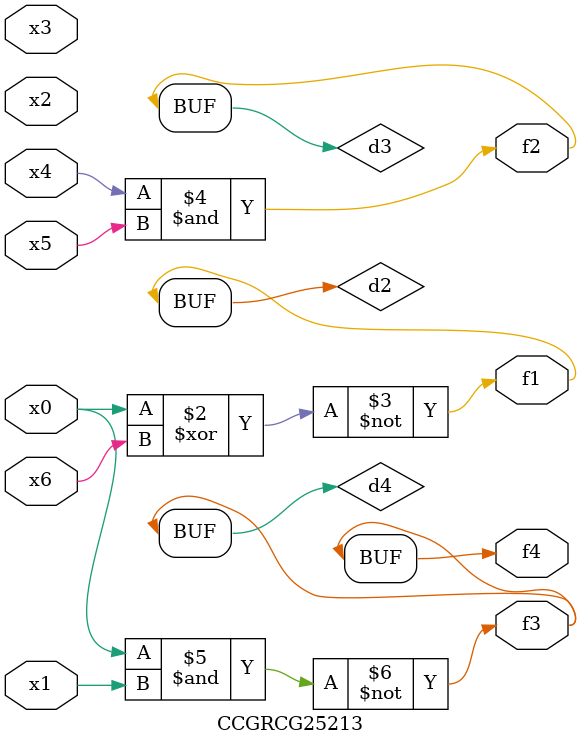
<source format=v>
module CCGRCG25213(
	input x0, x1, x2, x3, x4, x5, x6,
	output f1, f2, f3, f4
);

	wire d1, d2, d3, d4;

	nor (d1, x0);
	xnor (d2, x0, x6);
	and (d3, x4, x5);
	nand (d4, x0, x1);
	assign f1 = d2;
	assign f2 = d3;
	assign f3 = d4;
	assign f4 = d4;
endmodule

</source>
